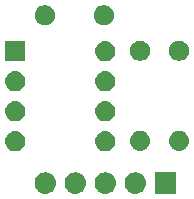
<source format=gbr>
G04 #@! TF.GenerationSoftware,KiCad,Pcbnew,(5.1.4)-1*
G04 #@! TF.CreationDate,2019-10-03T12:30:05-04:00*
G04 #@! TF.ProjectId,I2C_Breakout,4932435f-4272-4656-916b-6f75742e6b69,rev?*
G04 #@! TF.SameCoordinates,Original*
G04 #@! TF.FileFunction,Soldermask,Bot*
G04 #@! TF.FilePolarity,Negative*
%FSLAX46Y46*%
G04 Gerber Fmt 4.6, Leading zero omitted, Abs format (unit mm)*
G04 Created by KiCad (PCBNEW (5.1.4)-1) date 2019-10-03 12:30:05*
%MOMM*%
%LPD*%
G04 APERTURE LIST*
%ADD10C,0.100000*%
G04 APERTURE END LIST*
D10*
G36*
X165201000Y-97001000D02*
G01*
X163399000Y-97001000D01*
X163399000Y-95199000D01*
X165201000Y-95199000D01*
X165201000Y-97001000D01*
X165201000Y-97001000D01*
G37*
G36*
X159330442Y-95205518D02*
G01*
X159396627Y-95212037D01*
X159566466Y-95263557D01*
X159722991Y-95347222D01*
X159758729Y-95376552D01*
X159860186Y-95459814D01*
X159943448Y-95561271D01*
X159972778Y-95597009D01*
X160056443Y-95753534D01*
X160107963Y-95923373D01*
X160125359Y-96100000D01*
X160107963Y-96276627D01*
X160056443Y-96446466D01*
X159972778Y-96602991D01*
X159943448Y-96638729D01*
X159860186Y-96740186D01*
X159758729Y-96823448D01*
X159722991Y-96852778D01*
X159566466Y-96936443D01*
X159396627Y-96987963D01*
X159330442Y-96994482D01*
X159264260Y-97001000D01*
X159175740Y-97001000D01*
X159109557Y-96994481D01*
X159043373Y-96987963D01*
X158873534Y-96936443D01*
X158717009Y-96852778D01*
X158681271Y-96823448D01*
X158579814Y-96740186D01*
X158496552Y-96638729D01*
X158467222Y-96602991D01*
X158383557Y-96446466D01*
X158332037Y-96276627D01*
X158314641Y-96100000D01*
X158332037Y-95923373D01*
X158383557Y-95753534D01*
X158467222Y-95597009D01*
X158496552Y-95561271D01*
X158579814Y-95459814D01*
X158681271Y-95376552D01*
X158717009Y-95347222D01*
X158873534Y-95263557D01*
X159043373Y-95212037D01*
X159109557Y-95205519D01*
X159175740Y-95199000D01*
X159264260Y-95199000D01*
X159330442Y-95205518D01*
X159330442Y-95205518D01*
G37*
G36*
X156790442Y-95205518D02*
G01*
X156856627Y-95212037D01*
X157026466Y-95263557D01*
X157182991Y-95347222D01*
X157218729Y-95376552D01*
X157320186Y-95459814D01*
X157403448Y-95561271D01*
X157432778Y-95597009D01*
X157516443Y-95753534D01*
X157567963Y-95923373D01*
X157585359Y-96100000D01*
X157567963Y-96276627D01*
X157516443Y-96446466D01*
X157432778Y-96602991D01*
X157403448Y-96638729D01*
X157320186Y-96740186D01*
X157218729Y-96823448D01*
X157182991Y-96852778D01*
X157026466Y-96936443D01*
X156856627Y-96987963D01*
X156790442Y-96994482D01*
X156724260Y-97001000D01*
X156635740Y-97001000D01*
X156569557Y-96994481D01*
X156503373Y-96987963D01*
X156333534Y-96936443D01*
X156177009Y-96852778D01*
X156141271Y-96823448D01*
X156039814Y-96740186D01*
X155956552Y-96638729D01*
X155927222Y-96602991D01*
X155843557Y-96446466D01*
X155792037Y-96276627D01*
X155774641Y-96100000D01*
X155792037Y-95923373D01*
X155843557Y-95753534D01*
X155927222Y-95597009D01*
X155956552Y-95561271D01*
X156039814Y-95459814D01*
X156141271Y-95376552D01*
X156177009Y-95347222D01*
X156333534Y-95263557D01*
X156503373Y-95212037D01*
X156569557Y-95205519D01*
X156635740Y-95199000D01*
X156724260Y-95199000D01*
X156790442Y-95205518D01*
X156790442Y-95205518D01*
G37*
G36*
X154250442Y-95205518D02*
G01*
X154316627Y-95212037D01*
X154486466Y-95263557D01*
X154642991Y-95347222D01*
X154678729Y-95376552D01*
X154780186Y-95459814D01*
X154863448Y-95561271D01*
X154892778Y-95597009D01*
X154976443Y-95753534D01*
X155027963Y-95923373D01*
X155045359Y-96100000D01*
X155027963Y-96276627D01*
X154976443Y-96446466D01*
X154892778Y-96602991D01*
X154863448Y-96638729D01*
X154780186Y-96740186D01*
X154678729Y-96823448D01*
X154642991Y-96852778D01*
X154486466Y-96936443D01*
X154316627Y-96987963D01*
X154250442Y-96994482D01*
X154184260Y-97001000D01*
X154095740Y-97001000D01*
X154029557Y-96994481D01*
X153963373Y-96987963D01*
X153793534Y-96936443D01*
X153637009Y-96852778D01*
X153601271Y-96823448D01*
X153499814Y-96740186D01*
X153416552Y-96638729D01*
X153387222Y-96602991D01*
X153303557Y-96446466D01*
X153252037Y-96276627D01*
X153234641Y-96100000D01*
X153252037Y-95923373D01*
X153303557Y-95753534D01*
X153387222Y-95597009D01*
X153416552Y-95561271D01*
X153499814Y-95459814D01*
X153601271Y-95376552D01*
X153637009Y-95347222D01*
X153793534Y-95263557D01*
X153963373Y-95212037D01*
X154029557Y-95205519D01*
X154095740Y-95199000D01*
X154184260Y-95199000D01*
X154250442Y-95205518D01*
X154250442Y-95205518D01*
G37*
G36*
X161870442Y-95205518D02*
G01*
X161936627Y-95212037D01*
X162106466Y-95263557D01*
X162262991Y-95347222D01*
X162298729Y-95376552D01*
X162400186Y-95459814D01*
X162483448Y-95561271D01*
X162512778Y-95597009D01*
X162596443Y-95753534D01*
X162647963Y-95923373D01*
X162665359Y-96100000D01*
X162647963Y-96276627D01*
X162596443Y-96446466D01*
X162512778Y-96602991D01*
X162483448Y-96638729D01*
X162400186Y-96740186D01*
X162298729Y-96823448D01*
X162262991Y-96852778D01*
X162106466Y-96936443D01*
X161936627Y-96987963D01*
X161870442Y-96994482D01*
X161804260Y-97001000D01*
X161715740Y-97001000D01*
X161649557Y-96994481D01*
X161583373Y-96987963D01*
X161413534Y-96936443D01*
X161257009Y-96852778D01*
X161221271Y-96823448D01*
X161119814Y-96740186D01*
X161036552Y-96638729D01*
X161007222Y-96602991D01*
X160923557Y-96446466D01*
X160872037Y-96276627D01*
X160854641Y-96100000D01*
X160872037Y-95923373D01*
X160923557Y-95753534D01*
X161007222Y-95597009D01*
X161036552Y-95561271D01*
X161119814Y-95459814D01*
X161221271Y-95376552D01*
X161257009Y-95347222D01*
X161413534Y-95263557D01*
X161583373Y-95212037D01*
X161649557Y-95205519D01*
X161715740Y-95199000D01*
X161804260Y-95199000D01*
X161870442Y-95205518D01*
X161870442Y-95205518D01*
G37*
G36*
X151766823Y-91731313D02*
G01*
X151927242Y-91779976D01*
X152059906Y-91850886D01*
X152075078Y-91858996D01*
X152204659Y-91965341D01*
X152311004Y-92094922D01*
X152311005Y-92094924D01*
X152390024Y-92242758D01*
X152438687Y-92403177D01*
X152455117Y-92570000D01*
X152438687Y-92736823D01*
X152390024Y-92897242D01*
X152319114Y-93029906D01*
X152311004Y-93045078D01*
X152204659Y-93174659D01*
X152075078Y-93281004D01*
X152075076Y-93281005D01*
X151927242Y-93360024D01*
X151766823Y-93408687D01*
X151641804Y-93421000D01*
X151558196Y-93421000D01*
X151433177Y-93408687D01*
X151272758Y-93360024D01*
X151124924Y-93281005D01*
X151124922Y-93281004D01*
X150995341Y-93174659D01*
X150888996Y-93045078D01*
X150880886Y-93029906D01*
X150809976Y-92897242D01*
X150761313Y-92736823D01*
X150744883Y-92570000D01*
X150761313Y-92403177D01*
X150809976Y-92242758D01*
X150888995Y-92094924D01*
X150888996Y-92094922D01*
X150995341Y-91965341D01*
X151124922Y-91858996D01*
X151140094Y-91850886D01*
X151272758Y-91779976D01*
X151433177Y-91731313D01*
X151558196Y-91719000D01*
X151641804Y-91719000D01*
X151766823Y-91731313D01*
X151766823Y-91731313D01*
G37*
G36*
X159386823Y-91731313D02*
G01*
X159547242Y-91779976D01*
X159679906Y-91850886D01*
X159695078Y-91858996D01*
X159824659Y-91965341D01*
X159931004Y-92094922D01*
X159931005Y-92094924D01*
X160010024Y-92242758D01*
X160058687Y-92403177D01*
X160075117Y-92570000D01*
X160058687Y-92736823D01*
X160010024Y-92897242D01*
X159939114Y-93029906D01*
X159931004Y-93045078D01*
X159824659Y-93174659D01*
X159695078Y-93281004D01*
X159695076Y-93281005D01*
X159547242Y-93360024D01*
X159386823Y-93408687D01*
X159261804Y-93421000D01*
X159178196Y-93421000D01*
X159053177Y-93408687D01*
X158892758Y-93360024D01*
X158744924Y-93281005D01*
X158744922Y-93281004D01*
X158615341Y-93174659D01*
X158508996Y-93045078D01*
X158500886Y-93029906D01*
X158429976Y-92897242D01*
X158381313Y-92736823D01*
X158364883Y-92570000D01*
X158381313Y-92403177D01*
X158429976Y-92242758D01*
X158508995Y-92094924D01*
X158508996Y-92094922D01*
X158615341Y-91965341D01*
X158744922Y-91858996D01*
X158760094Y-91850886D01*
X158892758Y-91779976D01*
X159053177Y-91731313D01*
X159178196Y-91719000D01*
X159261804Y-91719000D01*
X159386823Y-91731313D01*
X159386823Y-91731313D01*
G37*
G36*
X165616823Y-91681313D02*
G01*
X165777242Y-91729976D01*
X165870783Y-91779975D01*
X165925078Y-91808996D01*
X166054659Y-91915341D01*
X166161004Y-92044922D01*
X166161005Y-92044924D01*
X166240024Y-92192758D01*
X166288687Y-92353177D01*
X166305117Y-92520000D01*
X166288687Y-92686823D01*
X166240024Y-92847242D01*
X166213300Y-92897239D01*
X166161004Y-92995078D01*
X166054659Y-93124659D01*
X165925078Y-93231004D01*
X165925076Y-93231005D01*
X165777242Y-93310024D01*
X165616823Y-93358687D01*
X165491804Y-93371000D01*
X165408196Y-93371000D01*
X165283177Y-93358687D01*
X165122758Y-93310024D01*
X164974924Y-93231005D01*
X164974922Y-93231004D01*
X164845341Y-93124659D01*
X164738996Y-92995078D01*
X164686700Y-92897239D01*
X164659976Y-92847242D01*
X164611313Y-92686823D01*
X164594883Y-92520000D01*
X164611313Y-92353177D01*
X164659976Y-92192758D01*
X164738995Y-92044924D01*
X164738996Y-92044922D01*
X164845341Y-91915341D01*
X164974922Y-91808996D01*
X165029217Y-91779975D01*
X165122758Y-91729976D01*
X165283177Y-91681313D01*
X165408196Y-91669000D01*
X165491804Y-91669000D01*
X165616823Y-91681313D01*
X165616823Y-91681313D01*
G37*
G36*
X162316823Y-91681313D02*
G01*
X162477242Y-91729976D01*
X162570783Y-91779975D01*
X162625078Y-91808996D01*
X162754659Y-91915341D01*
X162861004Y-92044922D01*
X162861005Y-92044924D01*
X162940024Y-92192758D01*
X162988687Y-92353177D01*
X163005117Y-92520000D01*
X162988687Y-92686823D01*
X162940024Y-92847242D01*
X162913300Y-92897239D01*
X162861004Y-92995078D01*
X162754659Y-93124659D01*
X162625078Y-93231004D01*
X162625076Y-93231005D01*
X162477242Y-93310024D01*
X162316823Y-93358687D01*
X162191804Y-93371000D01*
X162108196Y-93371000D01*
X161983177Y-93358687D01*
X161822758Y-93310024D01*
X161674924Y-93231005D01*
X161674922Y-93231004D01*
X161545341Y-93124659D01*
X161438996Y-92995078D01*
X161386700Y-92897239D01*
X161359976Y-92847242D01*
X161311313Y-92686823D01*
X161294883Y-92520000D01*
X161311313Y-92353177D01*
X161359976Y-92192758D01*
X161438995Y-92044924D01*
X161438996Y-92044922D01*
X161545341Y-91915341D01*
X161674922Y-91808996D01*
X161729217Y-91779975D01*
X161822758Y-91729976D01*
X161983177Y-91681313D01*
X162108196Y-91669000D01*
X162191804Y-91669000D01*
X162316823Y-91681313D01*
X162316823Y-91681313D01*
G37*
G36*
X159386823Y-89191313D02*
G01*
X159547242Y-89239976D01*
X159679906Y-89310886D01*
X159695078Y-89318996D01*
X159824659Y-89425341D01*
X159931004Y-89554922D01*
X159931005Y-89554924D01*
X160010024Y-89702758D01*
X160058687Y-89863177D01*
X160075117Y-90030000D01*
X160058687Y-90196823D01*
X160010024Y-90357242D01*
X159939114Y-90489906D01*
X159931004Y-90505078D01*
X159824659Y-90634659D01*
X159695078Y-90741004D01*
X159695076Y-90741005D01*
X159547242Y-90820024D01*
X159386823Y-90868687D01*
X159261804Y-90881000D01*
X159178196Y-90881000D01*
X159053177Y-90868687D01*
X158892758Y-90820024D01*
X158744924Y-90741005D01*
X158744922Y-90741004D01*
X158615341Y-90634659D01*
X158508996Y-90505078D01*
X158500886Y-90489906D01*
X158429976Y-90357242D01*
X158381313Y-90196823D01*
X158364883Y-90030000D01*
X158381313Y-89863177D01*
X158429976Y-89702758D01*
X158508995Y-89554924D01*
X158508996Y-89554922D01*
X158615341Y-89425341D01*
X158744922Y-89318996D01*
X158760094Y-89310886D01*
X158892758Y-89239976D01*
X159053177Y-89191313D01*
X159178196Y-89179000D01*
X159261804Y-89179000D01*
X159386823Y-89191313D01*
X159386823Y-89191313D01*
G37*
G36*
X151766823Y-89191313D02*
G01*
X151927242Y-89239976D01*
X152059906Y-89310886D01*
X152075078Y-89318996D01*
X152204659Y-89425341D01*
X152311004Y-89554922D01*
X152311005Y-89554924D01*
X152390024Y-89702758D01*
X152438687Y-89863177D01*
X152455117Y-90030000D01*
X152438687Y-90196823D01*
X152390024Y-90357242D01*
X152319114Y-90489906D01*
X152311004Y-90505078D01*
X152204659Y-90634659D01*
X152075078Y-90741004D01*
X152075076Y-90741005D01*
X151927242Y-90820024D01*
X151766823Y-90868687D01*
X151641804Y-90881000D01*
X151558196Y-90881000D01*
X151433177Y-90868687D01*
X151272758Y-90820024D01*
X151124924Y-90741005D01*
X151124922Y-90741004D01*
X150995341Y-90634659D01*
X150888996Y-90505078D01*
X150880886Y-90489906D01*
X150809976Y-90357242D01*
X150761313Y-90196823D01*
X150744883Y-90030000D01*
X150761313Y-89863177D01*
X150809976Y-89702758D01*
X150888995Y-89554924D01*
X150888996Y-89554922D01*
X150995341Y-89425341D01*
X151124922Y-89318996D01*
X151140094Y-89310886D01*
X151272758Y-89239976D01*
X151433177Y-89191313D01*
X151558196Y-89179000D01*
X151641804Y-89179000D01*
X151766823Y-89191313D01*
X151766823Y-89191313D01*
G37*
G36*
X151766823Y-86651313D02*
G01*
X151927242Y-86699976D01*
X152059906Y-86770886D01*
X152075078Y-86778996D01*
X152204659Y-86885341D01*
X152311004Y-87014922D01*
X152311005Y-87014924D01*
X152390024Y-87162758D01*
X152438687Y-87323177D01*
X152455117Y-87490000D01*
X152438687Y-87656823D01*
X152390024Y-87817242D01*
X152319114Y-87949906D01*
X152311004Y-87965078D01*
X152204659Y-88094659D01*
X152075078Y-88201004D01*
X152075076Y-88201005D01*
X151927242Y-88280024D01*
X151766823Y-88328687D01*
X151641804Y-88341000D01*
X151558196Y-88341000D01*
X151433177Y-88328687D01*
X151272758Y-88280024D01*
X151124924Y-88201005D01*
X151124922Y-88201004D01*
X150995341Y-88094659D01*
X150888996Y-87965078D01*
X150880886Y-87949906D01*
X150809976Y-87817242D01*
X150761313Y-87656823D01*
X150744883Y-87490000D01*
X150761313Y-87323177D01*
X150809976Y-87162758D01*
X150888995Y-87014924D01*
X150888996Y-87014922D01*
X150995341Y-86885341D01*
X151124922Y-86778996D01*
X151140094Y-86770886D01*
X151272758Y-86699976D01*
X151433177Y-86651313D01*
X151558196Y-86639000D01*
X151641804Y-86639000D01*
X151766823Y-86651313D01*
X151766823Y-86651313D01*
G37*
G36*
X159386823Y-86651313D02*
G01*
X159547242Y-86699976D01*
X159679906Y-86770886D01*
X159695078Y-86778996D01*
X159824659Y-86885341D01*
X159931004Y-87014922D01*
X159931005Y-87014924D01*
X160010024Y-87162758D01*
X160058687Y-87323177D01*
X160075117Y-87490000D01*
X160058687Y-87656823D01*
X160010024Y-87817242D01*
X159939114Y-87949906D01*
X159931004Y-87965078D01*
X159824659Y-88094659D01*
X159695078Y-88201004D01*
X159695076Y-88201005D01*
X159547242Y-88280024D01*
X159386823Y-88328687D01*
X159261804Y-88341000D01*
X159178196Y-88341000D01*
X159053177Y-88328687D01*
X158892758Y-88280024D01*
X158744924Y-88201005D01*
X158744922Y-88201004D01*
X158615341Y-88094659D01*
X158508996Y-87965078D01*
X158500886Y-87949906D01*
X158429976Y-87817242D01*
X158381313Y-87656823D01*
X158364883Y-87490000D01*
X158381313Y-87323177D01*
X158429976Y-87162758D01*
X158508995Y-87014924D01*
X158508996Y-87014922D01*
X158615341Y-86885341D01*
X158744922Y-86778996D01*
X158760094Y-86770886D01*
X158892758Y-86699976D01*
X159053177Y-86651313D01*
X159178196Y-86639000D01*
X159261804Y-86639000D01*
X159386823Y-86651313D01*
X159386823Y-86651313D01*
G37*
G36*
X152451000Y-85801000D02*
G01*
X150749000Y-85801000D01*
X150749000Y-84099000D01*
X152451000Y-84099000D01*
X152451000Y-85801000D01*
X152451000Y-85801000D01*
G37*
G36*
X159386823Y-84111313D02*
G01*
X159547242Y-84159976D01*
X159679906Y-84230886D01*
X159695078Y-84238996D01*
X159824659Y-84345341D01*
X159931004Y-84474922D01*
X159931005Y-84474924D01*
X160010024Y-84622758D01*
X160058687Y-84783177D01*
X160075117Y-84950000D01*
X160058687Y-85116823D01*
X160010024Y-85277242D01*
X159939114Y-85409906D01*
X159931004Y-85425078D01*
X159824659Y-85554659D01*
X159695078Y-85661004D01*
X159695076Y-85661005D01*
X159547242Y-85740024D01*
X159386823Y-85788687D01*
X159261804Y-85801000D01*
X159178196Y-85801000D01*
X159053177Y-85788687D01*
X158892758Y-85740024D01*
X158744924Y-85661005D01*
X158744922Y-85661004D01*
X158615341Y-85554659D01*
X158508996Y-85425078D01*
X158500886Y-85409906D01*
X158429976Y-85277242D01*
X158381313Y-85116823D01*
X158364883Y-84950000D01*
X158381313Y-84783177D01*
X158429976Y-84622758D01*
X158508995Y-84474924D01*
X158508996Y-84474922D01*
X158615341Y-84345341D01*
X158744922Y-84238996D01*
X158760094Y-84230886D01*
X158892758Y-84159976D01*
X159053177Y-84111313D01*
X159178196Y-84099000D01*
X159261804Y-84099000D01*
X159386823Y-84111313D01*
X159386823Y-84111313D01*
G37*
G36*
X165698228Y-84081703D02*
G01*
X165853100Y-84145853D01*
X165992481Y-84238985D01*
X166111015Y-84357519D01*
X166204147Y-84496900D01*
X166268297Y-84651772D01*
X166301000Y-84816184D01*
X166301000Y-84983816D01*
X166268297Y-85148228D01*
X166204147Y-85303100D01*
X166111015Y-85442481D01*
X165992481Y-85561015D01*
X165853100Y-85654147D01*
X165698228Y-85718297D01*
X165533816Y-85751000D01*
X165366184Y-85751000D01*
X165201772Y-85718297D01*
X165046900Y-85654147D01*
X164907519Y-85561015D01*
X164788985Y-85442481D01*
X164695853Y-85303100D01*
X164631703Y-85148228D01*
X164599000Y-84983816D01*
X164599000Y-84816184D01*
X164631703Y-84651772D01*
X164695853Y-84496900D01*
X164788985Y-84357519D01*
X164907519Y-84238985D01*
X165046900Y-84145853D01*
X165201772Y-84081703D01*
X165366184Y-84049000D01*
X165533816Y-84049000D01*
X165698228Y-84081703D01*
X165698228Y-84081703D01*
G37*
G36*
X162398228Y-84081703D02*
G01*
X162553100Y-84145853D01*
X162692481Y-84238985D01*
X162811015Y-84357519D01*
X162904147Y-84496900D01*
X162968297Y-84651772D01*
X163001000Y-84816184D01*
X163001000Y-84983816D01*
X162968297Y-85148228D01*
X162904147Y-85303100D01*
X162811015Y-85442481D01*
X162692481Y-85561015D01*
X162553100Y-85654147D01*
X162398228Y-85718297D01*
X162233816Y-85751000D01*
X162066184Y-85751000D01*
X161901772Y-85718297D01*
X161746900Y-85654147D01*
X161607519Y-85561015D01*
X161488985Y-85442481D01*
X161395853Y-85303100D01*
X161331703Y-85148228D01*
X161299000Y-84983816D01*
X161299000Y-84816184D01*
X161331703Y-84651772D01*
X161395853Y-84496900D01*
X161488985Y-84357519D01*
X161607519Y-84238985D01*
X161746900Y-84145853D01*
X161901772Y-84081703D01*
X162066184Y-84049000D01*
X162233816Y-84049000D01*
X162398228Y-84081703D01*
X162398228Y-84081703D01*
G37*
G36*
X159348228Y-81081703D02*
G01*
X159503100Y-81145853D01*
X159642481Y-81238985D01*
X159761015Y-81357519D01*
X159854147Y-81496900D01*
X159918297Y-81651772D01*
X159951000Y-81816184D01*
X159951000Y-81983816D01*
X159918297Y-82148228D01*
X159854147Y-82303100D01*
X159761015Y-82442481D01*
X159642481Y-82561015D01*
X159503100Y-82654147D01*
X159348228Y-82718297D01*
X159183816Y-82751000D01*
X159016184Y-82751000D01*
X158851772Y-82718297D01*
X158696900Y-82654147D01*
X158557519Y-82561015D01*
X158438985Y-82442481D01*
X158345853Y-82303100D01*
X158281703Y-82148228D01*
X158249000Y-81983816D01*
X158249000Y-81816184D01*
X158281703Y-81651772D01*
X158345853Y-81496900D01*
X158438985Y-81357519D01*
X158557519Y-81238985D01*
X158696900Y-81145853D01*
X158851772Y-81081703D01*
X159016184Y-81049000D01*
X159183816Y-81049000D01*
X159348228Y-81081703D01*
X159348228Y-81081703D01*
G37*
G36*
X154348228Y-81081703D02*
G01*
X154503100Y-81145853D01*
X154642481Y-81238985D01*
X154761015Y-81357519D01*
X154854147Y-81496900D01*
X154918297Y-81651772D01*
X154951000Y-81816184D01*
X154951000Y-81983816D01*
X154918297Y-82148228D01*
X154854147Y-82303100D01*
X154761015Y-82442481D01*
X154642481Y-82561015D01*
X154503100Y-82654147D01*
X154348228Y-82718297D01*
X154183816Y-82751000D01*
X154016184Y-82751000D01*
X153851772Y-82718297D01*
X153696900Y-82654147D01*
X153557519Y-82561015D01*
X153438985Y-82442481D01*
X153345853Y-82303100D01*
X153281703Y-82148228D01*
X153249000Y-81983816D01*
X153249000Y-81816184D01*
X153281703Y-81651772D01*
X153345853Y-81496900D01*
X153438985Y-81357519D01*
X153557519Y-81238985D01*
X153696900Y-81145853D01*
X153851772Y-81081703D01*
X154016184Y-81049000D01*
X154183816Y-81049000D01*
X154348228Y-81081703D01*
X154348228Y-81081703D01*
G37*
M02*

</source>
